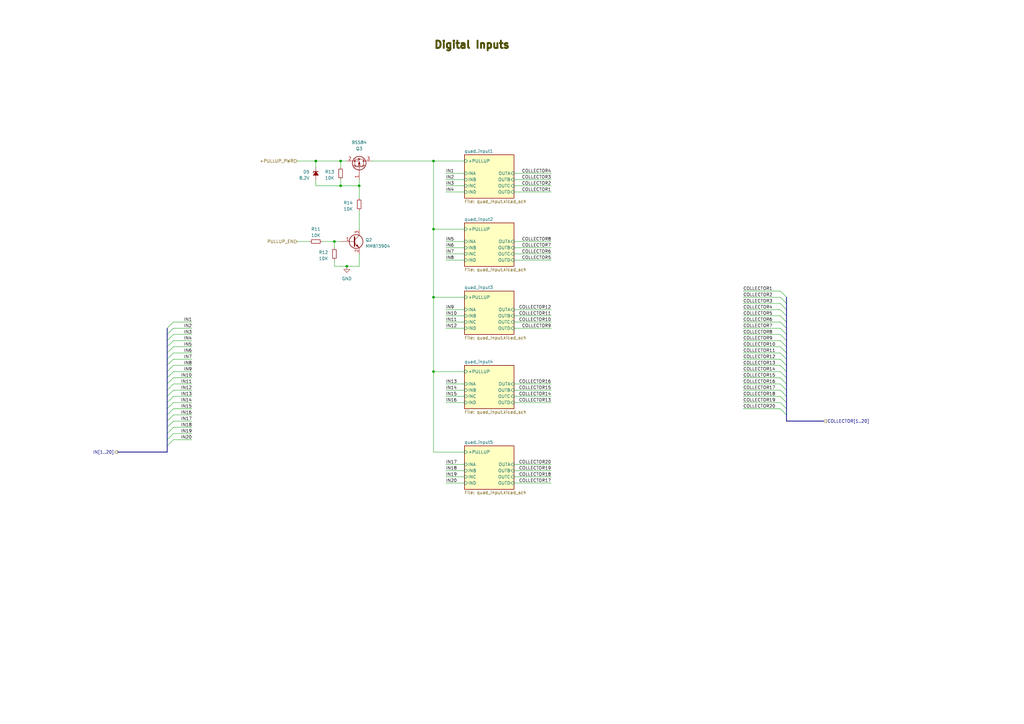
<source format=kicad_sch>
(kicad_sch (version 20230121) (generator eeschema)
  (paper "A3")
  (title_block (title "Digital Inputs") (date "2023-06-28") (rev "R1"))
  (lib_symbols
    (symbol "Device:D_Zener_Small_Filled" (pin_numbers hide) (pin_names (offset 0.254) hide)
      (property "Reference" "D" (at 0 2.286 0))
      (property "Value" "D_Zener_Small_Filled" (at 0 -2.286 0))
      (symbol "D_Zener_Small_Filled_0_1"
        (polyline (pts (xy 0.762 0) (xy -0.762 0)))
        (polyline (pts (xy -0.254 1.016) (xy -0.762 1.016) (xy -0.762 -1.016)) (stroke (width 0.254)))
        (polyline (pts (xy 0.762 1.016) (xy -0.762 0) (xy 0.762 -1.016) (xy 0.762 1.016)) (stroke (width 0.254)) (fill (type outline)))
      )
      (symbol "D_Zener_Small_Filled_1_1"
        (pin passive line (at -2.54 0 0) (length 1.778) (name "K") (number "1"))
        (pin passive line (at 2.54 0 180) (length 1.778) (name "A") (number "2"))
      )
    )
    (symbol "Device:R_Small" (pin_numbers hide) (pin_names (offset 0.254) hide)
      (property "Reference" "R" (at 0.762 0.508 0))
      (property "Value" "R_Small" (at 0.762 -1.016 0))
      (symbol "R_Small_0_1"
        (rectangle (start -0.762 1.778) (end 0.762 -1.778) (stroke (width 0.2032)))
      )
      (symbol "R_Small_1_1"
        (pin passive line (at 0 2.54 270) (length 0.762) (name "~") (number "1"))
        (pin passive line (at 0 -2.54 90) (length 0.762) (name "~") (number "2"))
      )
    )
    (symbol "Transistor_BJT:MMBT3904" (pin_names (offset 0) hide)
      (property "Reference" "Q" (at 5.08 1.905 0))
      (property "Value" "MMBT3904" (at 5.08 0 0))
      (symbol "MMBT3904_0_1"
        (polyline (pts (xy 0.635 0.635) (xy 2.54 2.54)))
        (polyline (pts (xy 0.635 -0.635) (xy 2.54 -2.54) (xy 2.54 -2.54)))
        (polyline (pts (xy 0.635 1.905) (xy 0.635 -1.905) (xy 0.635 -1.905)) (stroke (width 0.508)))
        (polyline (pts (xy 1.27 -1.778) (xy 1.778 -1.27) (xy 2.286 -2.286) (xy 1.27 -1.778) (xy 1.27 -1.778)) (fill (type outline)))
        (circle (center 1.27 0) (radius 2.8194) (stroke (width 0.254)))
      )
      (symbol "MMBT3904_1_1"
        (pin input line (at -5.08 0 0) (length 5.715) (name "B") (number "1"))
        (pin passive line (at 2.54 -5.08 90) (length 2.54) (name "E") (number "2"))
        (pin passive line (at 2.54 5.08 270) (length 2.54) (name "C") (number "3"))
      )
    )
    (symbol "Transistor_FET:BSS84" (pin_names hide)
      (property "Reference" "Q" (at 5.08 1.905 0))
      (property "Value" "BSS84" (at 5.08 0 0))
      (symbol "BSS84_0_1"
        (polyline (pts (xy 0.254 0) (xy -2.54 0)))
        (polyline (pts (xy 0.254 1.905) (xy 0.254 -1.905)) (stroke (width 0.254)))
        (polyline (pts (xy 0.762 -1.27) (xy 0.762 -2.286)) (stroke (width 0.254)))
        (polyline (pts (xy 0.762 0.508) (xy 0.762 -0.508)) (stroke (width 0.254)))
        (polyline (pts (xy 0.762 2.286) (xy 0.762 1.27)) (stroke (width 0.254)))
        (polyline (pts (xy 2.54 2.54) (xy 2.54 1.778)))
        (polyline (pts (xy 2.54 -2.54) (xy 2.54 0) (xy 0.762 0)))
        (polyline (pts (xy 0.762 1.778) (xy 3.302 1.778) (xy 3.302 -1.778) (xy 0.762 -1.778)))
        (polyline (pts (xy 2.286 0) (xy 1.27 0.381) (xy 1.27 -0.381) (xy 2.286 0)) (fill (type outline)))
        (polyline (pts (xy 2.794 -0.508) (xy 2.921 -0.381) (xy 3.683 -0.381) (xy 3.81 -0.254)))
        (polyline (pts (xy 3.302 -0.381) (xy 2.921 0.254) (xy 3.683 0.254) (xy 3.302 -0.381)))
        (circle (center 1.651 0) (radius 2.794) (stroke (width 0.254)))
        (circle (center 2.54 -1.778) (radius 0.254) (fill (type outline)))
        (circle (center 2.54 1.778) (radius 0.254) (fill (type outline)))
      )
      (symbol "BSS84_1_1"
        (pin input line (at -5.08 0 0) (length 2.54) (name "G") (number "1"))
        (pin passive line (at 2.54 -5.08 90) (length 2.54) (name "S") (number "2"))
        (pin passive line (at 2.54 5.08 270) (length 2.54) (name "D") (number "3"))
      )
    )
    (symbol "power:GND" (power) (pin_names (offset 0))
      (property "Value" "GND" (at 0 -3.81 0))
      (symbol "GND_0_1"
        (polyline (pts (xy 0 0) (xy 0 -1.27) (xy 1.27 -1.27) (xy 0 -2.54) (xy -1.27 -1.27) (xy 0 -1.27)))
      )
      (symbol "GND_1_1"
        (pin power_in line (at 0 0 270) (length 0) hide (name "GND") (number "1"))
      )
    )
  )
  (junction (at 177.8 152.4))
  (junction (at 139.7 76.2))
  (junction (at 147.32 76.2))
  (junction (at 177.8 93.98))
  (junction (at 137.16 99.06))
  (junction (at 129.54 66.04))
  (junction (at 139.7 66.04))
  (junction (at 142.24 109.22))
  (junction (at 177.8 121.92))
  (junction (at 177.8 66.04))
  (bus_entry (at 322.58 167.64) (size -2.54 -2.54))
  (bus_entry (at 322.58 127) (size -2.54 -2.54))
  (bus_entry (at 68.58 147.32) (size 2.54 -2.54))
  (bus_entry (at 68.58 160.02) (size 2.54 -2.54))
  (bus_entry (at 322.58 124.46) (size -2.54 -2.54))
  (bus_entry (at 322.58 129.54) (size -2.54 -2.54))
  (bus_entry (at 320.04 142.24) (size 2.54 2.54))
  (bus_entry (at 322.58 139.7) (size -2.54 -2.54))
  (bus_entry (at 320.04 167.64) (size 2.54 2.54))
  (bus_entry (at 68.58 149.86) (size 2.54 -2.54))
  (bus_entry (at 322.58 121.92) (size -2.54 -2.54))
  (bus_entry (at 322.58 165.1) (size -2.54 -2.54))
  (bus_entry (at 322.58 160.02) (size -2.54 -2.54))
  (bus_entry (at 68.58 139.7) (size 2.54 -2.54))
  (bus_entry (at 68.58 144.78) (size 2.54 -2.54))
  (bus_entry (at 68.58 134.62) (size 2.54 -2.54))
  (bus_entry (at 322.58 147.32) (size -2.54 -2.54))
  (bus_entry (at 68.58 177.8) (size 2.54 -2.54))
  (bus_entry (at 68.58 162.56) (size 2.54 -2.54))
  (bus_entry (at 322.58 137.16) (size -2.54 -2.54))
  (bus_entry (at 71.12 180.34) (size -2.54 2.54))
  (bus_entry (at 68.58 165.1) (size 2.54 -2.54))
  (bus_entry (at 68.58 172.72) (size 2.54 -2.54))
  (bus_entry (at 68.58 170.18) (size 2.54 -2.54))
  (bus_entry (at 322.58 162.56) (size -2.54 -2.54))
  (bus_entry (at 68.58 152.4) (size 2.54 -2.54))
  (bus_entry (at 322.58 134.62) (size -2.54 -2.54))
  (bus_entry (at 68.58 167.64) (size 2.54 -2.54))
  (bus_entry (at 71.12 154.94) (size -2.54 2.54))
  (bus_entry (at 322.58 154.94) (size -2.54 -2.54))
  (bus_entry (at 68.58 175.26) (size 2.54 -2.54))
  (bus_entry (at 322.58 132.08) (size -2.54 -2.54))
  (bus_entry (at 68.58 180.34) (size 2.54 -2.54))
  (bus_entry (at 68.58 142.24) (size 2.54 -2.54))
  (bus_entry (at 322.58 152.4) (size -2.54 -2.54))
  (bus_entry (at 68.58 154.94) (size 2.54 -2.54))
  (bus_entry (at 322.58 157.48) (size -2.54 -2.54))
  (bus_entry (at 322.58 142.24) (size -2.54 -2.54))
  (bus_entry (at 322.58 149.86) (size -2.54 -2.54))
  (bus_entry (at 68.58 137.16) (size 2.54 -2.54))
  (bus (pts (xy 322.58 127) (xy 322.58 129.54)))
  (wire (pts (xy 182.88 127) (xy 190.5 127)))
  (wire (pts (xy 320.04 160.02) (xy 304.8 160.02)))
  (wire (pts (xy 210.82 193.04) (xy 226.06 193.04)))
  (wire (pts (xy 147.32 109.22) (xy 142.24 109.22)))
  (wire (pts (xy 71.12 160.02) (xy 78.74 160.02)))
  (wire (pts (xy 142.24 109.22) (xy 137.16 109.22)))
  (wire (pts (xy 182.88 106.68) (xy 190.5 106.68)))
  (wire (pts (xy 71.12 154.94) (xy 78.74 154.94)))
  (wire (pts (xy 147.32 76.2) (xy 147.32 81.28)))
  (wire (pts (xy 177.8 66.04) (xy 177.8 93.98)))
  (wire (pts (xy 177.8 121.92) (xy 177.8 152.4)))
  (wire (pts (xy 147.32 86.36) (xy 147.32 93.98)))
  (wire (pts (xy 182.88 101.6) (xy 190.5 101.6)))
  (bus (pts (xy 48.26 185.42) (xy 68.58 185.42)))
  (wire (pts (xy 210.82 101.6) (xy 226.06 101.6)))
  (wire (pts (xy 210.82 157.48) (xy 226.06 157.48)))
  (wire (pts (xy 320.04 121.92) (xy 304.8 121.92)))
  (bus (pts (xy 68.58 162.56) (xy 68.58 165.1)))
  (wire (pts (xy 210.82 129.54) (xy 226.06 129.54)))
  (wire (pts (xy 320.04 154.94) (xy 304.8 154.94)))
  (wire (pts (xy 182.88 78.74) (xy 190.5 78.74)))
  (wire (pts (xy 71.12 144.78) (xy 78.74 144.78)))
  (bus (pts (xy 322.58 142.24) (xy 322.58 144.78)))
  (wire (pts (xy 147.32 73.66) (xy 147.32 76.2)))
  (wire (pts (xy 139.7 73.66) (xy 139.7 76.2)))
  (bus (pts (xy 322.58 124.46) (xy 322.58 127)))
  (bus (pts (xy 68.58 177.8) (xy 68.58 180.34)))
  (wire (pts (xy 210.82 106.68) (xy 226.06 106.68)))
  (bus (pts (xy 322.58 137.16) (xy 322.58 139.7)))
  (wire (pts (xy 71.12 167.64) (xy 78.74 167.64)))
  (wire (pts (xy 304.8 119.38) (xy 320.04 119.38)))
  (bus (pts (xy 322.58 147.32) (xy 322.58 149.86)))
  (wire (pts (xy 129.54 76.2) (xy 139.7 76.2)))
  (wire (pts (xy 210.82 165.1) (xy 226.06 165.1)))
  (wire (pts (xy 182.88 104.14) (xy 190.5 104.14)))
  (wire (pts (xy 182.88 193.04) (xy 190.5 193.04)))
  (wire (pts (xy 182.88 160.02) (xy 190.5 160.02)))
  (bus (pts (xy 322.58 132.08) (xy 322.58 134.62)))
  (wire (pts (xy 177.8 121.92) (xy 190.5 121.92)))
  (wire (pts (xy 139.7 66.04) (xy 142.24 66.04)))
  (wire (pts (xy 210.82 99.06) (xy 226.06 99.06)))
  (wire (pts (xy 320.04 134.62) (xy 304.8 134.62)))
  (wire (pts (xy 210.82 134.62) (xy 226.06 134.62)))
  (wire (pts (xy 121.92 99.06) (xy 127 99.06)))
  (bus (pts (xy 322.58 152.4) (xy 322.58 154.94)))
  (wire (pts (xy 182.88 165.1) (xy 190.5 165.1)))
  (bus (pts (xy 322.58 149.86) (xy 322.58 152.4)))
  (wire (pts (xy 210.82 160.02) (xy 226.06 160.02)))
  (wire (pts (xy 132.08 99.06) (xy 137.16 99.06)))
  (wire (pts (xy 182.88 71.12) (xy 190.5 71.12)))
  (bus (pts (xy 68.58 149.86) (xy 68.58 152.4)))
  (wire (pts (xy 71.12 139.7) (xy 78.74 139.7)))
  (bus (pts (xy 68.58 137.16) (xy 68.58 139.7)))
  (bus (pts (xy 68.58 142.24) (xy 68.58 144.78)))
  (wire (pts (xy 137.16 106.68) (xy 137.16 109.22)))
  (bus (pts (xy 68.58 175.26) (xy 68.58 177.8)))
  (wire (pts (xy 320.04 132.08) (xy 304.8 132.08)))
  (bus (pts (xy 322.58 144.78) (xy 322.58 147.32)))
  (wire (pts (xy 177.8 66.04) (xy 190.5 66.04)))
  (wire (pts (xy 210.82 71.12) (xy 226.06 71.12)))
  (bus (pts (xy 322.58 162.56) (xy 322.58 165.1)))
  (wire (pts (xy 320.04 165.1) (xy 304.8 165.1)))
  (wire (pts (xy 182.88 190.5) (xy 190.5 190.5)))
  (bus (pts (xy 68.58 157.48) (xy 68.58 160.02)))
  (wire (pts (xy 182.88 129.54) (xy 190.5 129.54)))
  (wire (pts (xy 71.12 152.4) (xy 78.74 152.4)))
  (wire (pts (xy 71.12 157.48) (xy 78.74 157.48)))
  (wire (pts (xy 177.8 152.4) (xy 190.5 152.4)))
  (wire (pts (xy 71.12 172.72) (xy 78.74 172.72)))
  (wire (pts (xy 320.04 167.64) (xy 304.8 167.64)))
  (wire (pts (xy 177.8 93.98) (xy 177.8 121.92)))
  (wire (pts (xy 182.88 198.12) (xy 190.5 198.12)))
  (wire (pts (xy 210.82 190.5) (xy 226.06 190.5)))
  (wire (pts (xy 78.74 132.08) (xy 71.12 132.08)))
  (wire (pts (xy 182.88 132.08) (xy 190.5 132.08)))
  (bus (pts (xy 68.58 180.34) (xy 68.58 182.88)))
  (bus (pts (xy 322.58 129.54) (xy 322.58 132.08)))
  (wire (pts (xy 137.16 101.6) (xy 137.16 99.06)))
  (bus (pts (xy 68.58 182.88) (xy 68.58 185.42)))
  (wire (pts (xy 210.82 76.2) (xy 226.06 76.2)))
  (wire (pts (xy 129.54 66.04) (xy 139.7 66.04)))
  (bus (pts (xy 68.58 172.72) (xy 68.58 175.26)))
  (wire (pts (xy 210.82 73.66) (xy 226.06 73.66)))
  (wire (pts (xy 320.04 147.32) (xy 304.8 147.32)))
  (wire (pts (xy 71.12 162.56) (xy 78.74 162.56)))
  (wire (pts (xy 210.82 162.56) (xy 226.06 162.56)))
  (wire (pts (xy 71.12 170.18) (xy 78.74 170.18)))
  (bus (pts (xy 322.58 139.7) (xy 322.58 142.24)))
  (bus (pts (xy 68.58 139.7) (xy 68.58 142.24)))
  (wire (pts (xy 320.04 139.7) (xy 304.8 139.7)))
  (wire (pts (xy 139.7 76.2) (xy 147.32 76.2)))
  (wire (pts (xy 71.12 142.24) (xy 78.74 142.24)))
  (wire (pts (xy 71.12 149.86) (xy 78.74 149.86)))
  (bus (pts (xy 68.58 152.4) (xy 68.58 154.94)))
  (wire (pts (xy 210.82 127) (xy 226.06 127)))
  (bus (pts (xy 322.58 172.72) (xy 337.82 172.72)))
  (wire (pts (xy 182.88 134.62) (xy 190.5 134.62)))
  (wire (pts (xy 320.04 137.16) (xy 304.8 137.16)))
  (wire (pts (xy 210.82 195.58) (xy 226.06 195.58)))
  (bus (pts (xy 322.58 121.92) (xy 322.58 124.46)))
  (wire (pts (xy 71.12 134.62) (xy 78.74 134.62)))
  (wire (pts (xy 182.88 157.48) (xy 190.5 157.48)))
  (wire (pts (xy 147.32 104.14) (xy 147.32 109.22)))
  (bus (pts (xy 68.58 165.1) (xy 68.58 167.64)))
  (wire (pts (xy 177.8 152.4) (xy 177.8 185.42)))
  (wire (pts (xy 210.82 132.08) (xy 226.06 132.08)))
  (wire (pts (xy 182.88 76.2) (xy 190.5 76.2)))
  (wire (pts (xy 129.54 73.66) (xy 129.54 76.2)))
  (wire (pts (xy 320.04 124.46) (xy 304.8 124.46)))
  (wire (pts (xy 182.88 73.66) (xy 190.5 73.66)))
  (bus (pts (xy 322.58 154.94) (xy 322.58 157.48)))
  (wire (pts (xy 210.82 78.74) (xy 226.06 78.74)))
  (bus (pts (xy 322.58 160.02) (xy 322.58 162.56)))
  (wire (pts (xy 71.12 147.32) (xy 78.74 147.32)))
  (bus (pts (xy 68.58 154.94) (xy 68.58 157.48)))
  (wire (pts (xy 320.04 144.78) (xy 304.8 144.78)))
  (wire (pts (xy 139.7 68.58) (xy 139.7 66.04)))
  (wire (pts (xy 182.88 99.06) (xy 190.5 99.06)))
  (wire (pts (xy 320.04 127) (xy 304.8 127)))
  (wire (pts (xy 320.04 129.54) (xy 304.8 129.54)))
  (wire (pts (xy 71.12 137.16) (xy 78.74 137.16)))
  (bus (pts (xy 322.58 157.48) (xy 322.58 160.02)))
  (bus (pts (xy 68.58 134.62) (xy 68.58 137.16)))
  (bus (pts (xy 322.58 165.1) (xy 322.58 167.64)))
  (bus (pts (xy 68.58 147.32) (xy 68.58 149.86)))
  (bus (pts (xy 322.58 170.18) (xy 322.58 172.72)))
  (wire (pts (xy 71.12 177.8) (xy 78.74 177.8)))
  (wire (pts (xy 190.5 185.42) (xy 177.8 185.42)))
  (wire (pts (xy 320.04 152.4) (xy 304.8 152.4)))
  (bus (pts (xy 322.58 134.62) (xy 322.58 137.16)))
  (wire (pts (xy 320.04 162.56) (xy 304.8 162.56)))
  (bus (pts (xy 68.58 167.64) (xy 68.58 170.18)))
  (wire (pts (xy 121.92 66.04) (xy 129.54 66.04)))
  (wire (pts (xy 182.88 162.56) (xy 190.5 162.56)))
  (wire (pts (xy 71.12 175.26) (xy 78.74 175.26)))
  (wire (pts (xy 320.04 149.86) (xy 304.8 149.86)))
  (wire (pts (xy 152.4 66.04) (xy 177.8 66.04)))
  (wire (pts (xy 129.54 68.58) (xy 129.54 66.04)))
  (bus (pts (xy 322.58 167.64) (xy 322.58 170.18)))
  (wire (pts (xy 210.82 104.14) (xy 226.06 104.14)))
  (wire (pts (xy 182.88 195.58) (xy 190.5 195.58)))
  (bus (pts (xy 68.58 144.78) (xy 68.58 147.32)))
  (wire (pts (xy 71.12 165.1) (xy 78.74 165.1)))
  (bus (pts (xy 68.58 170.18) (xy 68.58 172.72)))
  (wire (pts (xy 137.16 99.06) (xy 139.7 99.06)))
  (wire (pts (xy 210.82 198.12) (xy 226.06 198.12)))
  (bus (pts (xy 68.58 160.02) (xy 68.58 162.56)))
  (wire (pts (xy 320.04 142.24) (xy 304.8 142.24)))
  (wire (pts (xy 177.8 93.98) (xy 190.5 93.98)))
  (wire (pts (xy 320.04 157.48) (xy 304.8 157.48)))
  (wire (pts (xy 71.12 180.34) (xy 78.74 180.34)))
  (text "${TITLE}" (at 177.8 20.32 0) (effects (font (size 3 3) (thickness 0.8) bold) (justify left bottom)))
  (label "COLLECTOR13" (at 304.8 149.86 0))
  (label "COLLECTOR1" (at 226.06 78.74 180))
  (label "COLLECTOR8" (at 226.06 99.06 180))
  (label "IN15" (at 78.74 167.64 180))
  (label "IN13" (at 182.88 157.48 0))
  (label "COLLECTOR14" (at 304.8 152.4 0))
  (label "COLLECTOR17" (at 226.06 198.12 180))
  (label "COLLECTOR9" (at 226.06 134.62 180))
  (label "COLLECTOR10" (at 304.8 142.24 0))
  (label "IN10" (at 78.74 154.94 180))
  (label "COLLECTOR18" (at 226.06 195.58 180))
  (label "IN6" (at 182.88 101.6 0))
  (label "COLLECTOR3" (at 304.8 124.46 0))
  (label "COLLECTOR16" (at 304.8 157.48 0))
  (label "COLLECTOR7" (at 226.06 101.6 180))
  (label "IN11" (at 182.88 132.08 0))
  (label "COLLECTOR14" (at 226.06 162.56 180))
  (label "COLLECTOR20" (at 304.8 167.64 0))
  (label "COLLECTOR5" (at 226.06 106.68 180))
  (label "COLLECTOR6" (at 226.06 104.14 180))
  (label "IN3" (at 182.88 76.2 0))
  (label "COLLECTOR11" (at 304.8 144.78 0))
  (label "COLLECTOR18" (at 304.8 162.56 0))
  (label "IN8" (at 78.74 149.86 180))
  (label "COLLECTOR4" (at 304.8 127 0))
  (label "COLLECTOR10" (at 226.06 132.08 180))
  (label "COLLECTOR19" (at 304.8 165.1 0))
  (label "IN6" (at 78.74 144.78 180))
  (label "IN12" (at 182.88 134.62 0))
  (label "COLLECTOR15" (at 304.8 154.94 0))
  (label "IN9" (at 78.74 152.4 180))
  (label "IN5" (at 182.88 99.06 0))
  (label "IN18" (at 182.88 193.04 0))
  (label "IN9" (at 182.88 127 0))
  (label "COLLECTOR4" (at 226.06 71.12 180))
  (label "IN20" (at 182.88 198.12 0))
  (label "IN8" (at 182.88 106.68 0))
  (label "COLLECTOR15" (at 226.06 160.02 180))
  (label "COLLECTOR12" (at 304.8 147.32 0))
  (label "COLLECTOR1" (at 304.8 119.38 0))
  (label "COLLECTOR12" (at 226.06 127 180))
  (label "COLLECTOR5" (at 304.8 129.54 0))
  (label "COLLECTOR13" (at 226.06 165.1 180))
  (label "IN4" (at 182.88 78.74 0))
  (label "COLLECTOR8" (at 304.8 137.16 0))
  (label "IN17" (at 78.74 172.72 180))
  (label "IN16" (at 78.74 170.18 180))
  (label "IN15" (at 182.88 162.56 0))
  (label "COLLECTOR2" (at 226.06 76.2 180))
  (label "COLLECTOR11" (at 226.06 129.54 180))
  (label "IN10" (at 182.88 129.54 0))
  (label "IN18" (at 78.74 175.26 180))
  (label "IN11" (at 78.74 157.48 180))
  (label "IN5" (at 78.74 142.24 180))
  (label "IN19" (at 78.74 177.8 180))
  (label "IN16" (at 182.88 165.1 0))
  (label "COLLECTOR2" (at 304.8 121.92 0))
  (label "COLLECTOR19" (at 226.06 193.04 180))
  (label "IN3" (at 78.74 137.16 180))
  (label "IN1" (at 182.88 71.12 0))
  (label "COLLECTOR20" (at 226.06 190.5 180))
  (label "IN17" (at 182.88 190.5 0))
  (label "COLLECTOR16" (at 226.06 157.48 180))
  (label "IN19" (at 182.88 195.58 0))
  (label "IN20" (at 78.74 180.34 180))
  (label "COLLECTOR17" (at 304.8 160.02 0))
  (label "COLLECTOR9" (at 304.8 139.7 0))
  (label "COLLECTOR7" (at 304.8 134.62 0))
  (label "COLLECTOR3" (at 226.06 73.66 180))
  (label "IN2" (at 78.74 134.62 180))
  (label "IN14" (at 182.88 160.02 0))
  (label "IN13" (at 78.74 162.56 180))
  (label "IN7" (at 182.88 104.14 0))
  (label "IN4" (at 78.74 139.7 180))
  (label "COLLECTOR6" (at 304.8 132.08 0))
  (label "IN14" (at 78.74 165.1 180))
  (label "IN1" (at 78.74 132.08 180))
  (label "IN12" (at 78.74 160.02 180))
  (label "IN7" (at 78.74 147.32 180))
  (label "IN2" (at 182.88 73.66 0))
  (hierarchical_label "IN[1..20]" (shape output) (at 48.26 185.42 180))
  (hierarchical_label "PULLUP_EN" (shape input) (at 121.92 99.06 180))
  (hierarchical_label "COLLECTOR[1..20]" (shape input) (at 337.82 172.72 0))
  (hierarchical_label "+PULLUP_PWR" (shape input) (at 121.92 66.04 180))
  (symbol (lib_id "Device:R_Small") (at 129.54 99.06 270) (mirror x) (unit 1)
    (property "Reference" "R11" (at 129.54 93.98 90))
    (property "Value" "10K" (at 129.54 96.52 90))
    (property "Footprint" "Resistor_SMD:R_0603_1608Metric" (effects hide))
  )
  (symbol (lib_id "Device:D_Zener_Small_Filled") (at 129.54 71.12 90) (mirror x) (unit 1)
    (property "Reference" "D5" (at 127 70.485 90) (effects (justify left)))
    (property "Value" "8.2V" (at 127 73.025 90) (effects (justify left)))
    (property "Footprint" "Diode_SMD:D_SOD-123F" (effects hide))
    (property "Order Code" "833-BZT52C8V2-TP" (effects hide))
    (property "Supplier" "Mouser" (effects hide))
    (property "Part No" "BZT52C8V2-TP" (effects hide))
  )
  (symbol (lib_id "power:GND") (at 142.24 109.22 0) (unit 1)
    (property "Reference" "#PWR0104" (effects hide))
    (property "Value" "GND" (at 142.24 114.3 0))
  )
  (symbol (lib_id "Device:R_Small") (at 147.32 83.82 0) (mirror x) (unit 1)
    (property "Reference" "R14" (at 144.78 83.185 0) (effects (justify right)))
    (property "Value" "10K" (at 144.78 85.725 0) (effects (justify right)))
    (property "Footprint" "Resistor_SMD:R_0603_1608Metric" (effects hide))
  )
  (symbol (lib_id "Device:R_Small") (at 137.16 104.14 0) (mirror x) (unit 1)
    (property "Reference" "R12" (at 134.62 103.505 0) (effects (justify right)))
    (property "Value" "10K" (at 134.62 106.045 0) (effects (justify right)))
    (property "Footprint" "Resistor_SMD:R_0603_1608Metric" (effects hide))
  )
  (symbol (lib_id "Device:R_Small") (at 139.7 71.12 0) (mirror x) (unit 1)
    (property "Reference" "R13" (at 137.16 70.485 0) (effects (justify right)))
    (property "Value" "10K" (at 137.16 73.025 0) (effects (justify right)))
    (property "Footprint" "Resistor_SMD:R_0603_1608Metric" (effects hide))
  )
  (symbol (lib_id "Transistor_FET:BSS84") (at 147.32 68.58 270) (mirror x) (unit 1)
    (property "Reference" "Q3" (at 147.32 60.96 90))
    (property "Value" "BSS84" (at 147.32 58.42 90))
    (property "Footprint" "Package_TO_SOT_SMD:SOT-23" (effects hide))
    (property "Datasheet" "http://assets.nexperia.com/documents/data-sheet/BSS84.pdf" (effects hide))
    (property "Order Code" "771-BSS84AK215 " (effects hide))
    (property "Part No" "BSS84AK,215" (effects hide))
    (property "Supplier" "Mouser" (effects hide))
  )
  (symbol (lib_id "Transistor_BJT:MMBT3904") (at 144.78 99.06 0) (unit 1)
    (property "Reference" "Q2" (at 149.86 98.425 0) (effects (justify left)))
    (property "Value" "MMBT3904" (at 149.86 100.965 0) (effects (justify left)))
    (property "Footprint" "Package_TO_SOT_SMD:SOT-23" (effects hide))
    (property "Datasheet" "https://www.onsemi.com/pub/Collateral/2N3903-D.PDF" (effects hide))
    (property "Order Code" "833-MMBT3904-TP " (effects hide))
    (property "Part No" "MMBT3904-TP" (effects hide))
    (property "Supplier" "Mouser" (effects hide))
  )
  (sheet (at 190.5 182.88) (size 20.32 17.78) (stroke (width 0.254)) (fill (color 255 255 194 1.0000))
    (property "Sheetname" "quad_input5" (at 190.5 182.1176 0) (effects (justify left bottom)))
    (property "Sheetfile" "quad_input.kicad_sch" (at 190.5 201.2954 0) (effects (justify left top)))
    (pin "OUTA" input (at 210.82 190.5 0))
    (pin "OUTB" input (at 210.82 193.04 0))
    (pin "OUTC" input (at 210.82 195.58 0))
    (pin "OUTD" input (at 210.82 198.12 0))
    (pin "INC" input (at 190.5 195.58 180))
    (pin "INA" input (at 190.5 190.5 180))
    (pin "INB" input (at 190.5 193.04 180))
    (pin "IND" input (at 190.5 198.12 180))
    (pin "+PULLUP" input (at 190.5 185.42 180))
  )
  (sheet (at 190.5 119.38) (size 20.32 17.78) (stroke (width 0.254)) (fill (color 255 255 194 1.0000))
    (property "Sheetname" "quad_input3" (at 190.5 118.6176 0) (effects (justify left bottom)))
    (property "Sheetfile" "quad_input.kicad_sch" (at 190.5 137.7954 0) (effects (justify left top)))
    (pin "OUTA" input (at 210.82 127 0))
    (pin "OUTB" input (at 210.82 129.54 0))
    (pin "OUTC" input (at 210.82 132.08 0))
    (pin "OUTD" input (at 210.82 134.62 0))
    (pin "INC" input (at 190.5 132.08 180))
    (pin "INA" input (at 190.5 127 180))
    (pin "INB" input (at 190.5 129.54 180))
    (pin "IND" input (at 190.5 134.62 180))
    (pin "+PULLUP" input (at 190.5 121.92 180))
  )
  (sheet (at 190.5 63.5) (size 20.32 17.78) (stroke (width 0.254)) (fill (color 255 255 194 1.0000))
    (property "Sheetname" "quad_input1" (at 190.5 62.7376 0) (effects (justify left bottom)))
    (property "Sheetfile" "quad_input.kicad_sch" (at 190.5 81.9154 0) (effects (justify left top)))
    (pin "OUTA" input (at 210.82 71.12 0))
    (pin "OUTB" input (at 210.82 73.66 0))
    (pin "OUTC" input (at 210.82 76.2 0))
    (pin "OUTD" input (at 210.82 78.74 0))
    (pin "INC" input (at 190.5 76.2 180))
    (pin "INA" input (at 190.5 71.12 180))
    (pin "INB" input (at 190.5 73.66 180))
    (pin "IND" input (at 190.5 78.74 180))
    (pin "+PULLUP" input (at 190.5 66.04 180))
  )
  (sheet (at 190.5 149.86) (size 20.32 17.78) (stroke (width 0.254)) (fill (color 255 255 194 1.0000))
    (property "Sheetname" "quad_input4" (at 190.5 149.0976 0) (effects (justify left bottom)))
    (property "Sheetfile" "quad_input.kicad_sch" (at 190.5 168.2754 0) (effects (justify left top)))
    (pin "OUTA" input (at 210.82 157.48 0))
    (pin "OUTB" input (at 210.82 160.02 0))
    (pin "OUTC" input (at 210.82 162.56 0))
    (pin "OUTD" input (at 210.82 165.1 0))
    (pin "INC" input (at 190.5 162.56 180))
    (pin "INA" input (at 190.5 157.48 180))
    (pin "INB" input (at 190.5 160.02 180))
    (pin "IND" input (at 190.5 165.1 180))
    (pin "+PULLUP" input (at 190.5 152.4 180))
  )
  (sheet (at 190.5 91.44) (size 20.32 17.78) (stroke (width 0.254)) (fill (color 255 255 194 1.0000))
    (property "Sheetname" "quad_input2" (at 190.5 90.6776 0) (effects (justify left bottom)))
    (property "Sheetfile" "quad_input.kicad_sch" (at 190.5 109.8554 0) (effects (justify left top)))
    (pin "OUTA" input (at 210.82 99.06 0))
    (pin "OUTB" input (at 210.82 101.6 0))
    (pin "OUTC" input (at 210.82 104.14 0))
    (pin "OUTD" input (at 210.82 106.68 0))
    (pin "INC" input (at 190.5 104.14 180))
    (pin "INA" input (at 190.5 99.06 180))
    (pin "INB" input (at 190.5 101.6 180))
    (pin "IND" input (at 190.5 106.68 180))
    (pin "+PULLUP" input (at 190.5 93.98 180))
  )
)
</source>
